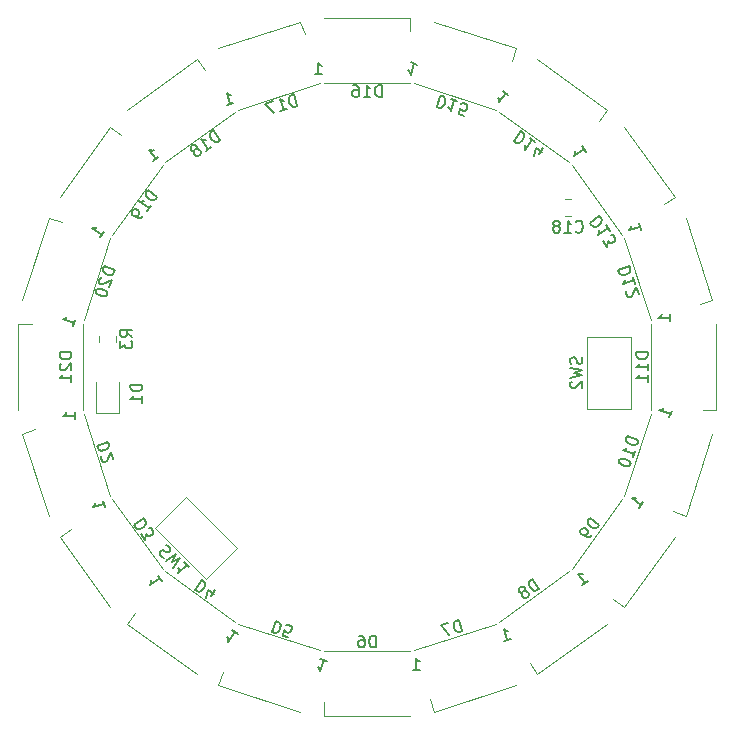
<source format=gbr>
%TF.GenerationSoftware,KiCad,Pcbnew,(6.0.7)*%
%TF.CreationDate,2023-03-05T02:05:44+08:00*%
%TF.ProjectId,CameraPosition,43616d65-7261-4506-9f73-6974696f6e2e,rev?*%
%TF.SameCoordinates,Original*%
%TF.FileFunction,Legend,Bot*%
%TF.FilePolarity,Positive*%
%FSLAX46Y46*%
G04 Gerber Fmt 4.6, Leading zero omitted, Abs format (unit mm)*
G04 Created by KiCad (PCBNEW (6.0.7)) date 2023-03-05 02:05:44*
%MOMM*%
%LPD*%
G01*
G04 APERTURE LIST*
%ADD10C,0.150000*%
%ADD11C,0.120000*%
G04 APERTURE END LIST*
D10*
%TO.C,D15*%
X55185035Y-26034908D02*
X54876018Y-26985964D01*
X55102460Y-27059540D01*
X55253040Y-27058397D01*
X55373047Y-26997250D01*
X55447766Y-26921388D01*
X55551914Y-26754950D01*
X55596060Y-26619085D01*
X55609632Y-26423216D01*
X55593773Y-26317924D01*
X55532627Y-26197917D01*
X55411477Y-26108483D01*
X55185035Y-26034908D01*
X56634264Y-26505791D02*
X56090803Y-26329210D01*
X56362533Y-26417500D02*
X56053516Y-27368557D01*
X56007085Y-27203261D01*
X55945938Y-27083254D01*
X55870076Y-27008536D01*
X57185726Y-27736434D02*
X56732842Y-27589283D01*
X56834705Y-27121684D01*
X56865278Y-27181687D01*
X56941140Y-27256406D01*
X57167582Y-27329982D01*
X57272874Y-27314123D01*
X57332877Y-27283550D01*
X57407596Y-27207688D01*
X57481171Y-26981246D01*
X57465313Y-26875954D01*
X57434740Y-26815951D01*
X57358878Y-26741232D01*
X57132436Y-26667657D01*
X57027144Y-26683515D01*
X56967141Y-26714088D01*
X53251866Y-23409005D02*
X52708405Y-23232424D01*
X52980136Y-23320715D02*
X52671119Y-24271771D01*
X52624687Y-24106476D01*
X52563541Y-23986469D01*
X52487679Y-23911750D01*
%TO.C,D18*%
X36552883Y-29802147D02*
X35965098Y-28993130D01*
X35772475Y-29133079D01*
X35684891Y-29255573D01*
X35663821Y-29388602D01*
X35681276Y-29493641D01*
X35754710Y-29675729D01*
X35838680Y-29791303D01*
X35989163Y-29917412D01*
X36083668Y-29966471D01*
X36216696Y-29987541D01*
X36360260Y-29942096D01*
X36552883Y-29802147D01*
X35320095Y-30697820D02*
X35782391Y-30361943D01*
X35551243Y-30529881D02*
X34963458Y-29720864D01*
X35124476Y-29780459D01*
X35257505Y-29801528D01*
X35362544Y-29784073D01*
X34521923Y-30571402D02*
X34570982Y-30476898D01*
X34581517Y-30410383D01*
X34564062Y-30305344D01*
X34536072Y-30266820D01*
X34441568Y-30217760D01*
X34375054Y-30207225D01*
X34270015Y-30224680D01*
X34115916Y-30336639D01*
X34066857Y-30431143D01*
X34056322Y-30497658D01*
X34073777Y-30602697D01*
X34101767Y-30641221D01*
X34196271Y-30690281D01*
X34262785Y-30700816D01*
X34367824Y-30683361D01*
X34521923Y-30571402D01*
X34626962Y-30553947D01*
X34693476Y-30564482D01*
X34787980Y-30613541D01*
X34899939Y-30767640D01*
X34917394Y-30872679D01*
X34906859Y-30939193D01*
X34857800Y-31033697D01*
X34703701Y-31145656D01*
X34598662Y-31163111D01*
X34532148Y-31152576D01*
X34437644Y-31103517D01*
X34325685Y-30949418D01*
X34308230Y-30844379D01*
X34318765Y-30777865D01*
X34367824Y-30683361D01*
X30865146Y-31586002D02*
X31327441Y-31250125D01*
X31096293Y-31418063D02*
X30508508Y-30609046D01*
X30669527Y-30668641D01*
X30802555Y-30689710D01*
X30907594Y-30672255D01*
%TO.C,D14*%
X61978921Y-29070179D02*
X61391135Y-29879196D01*
X61583758Y-30019145D01*
X61727322Y-30064590D01*
X61860351Y-30043520D01*
X61954855Y-29994461D01*
X62105339Y-29868352D01*
X62189308Y-29752778D01*
X62262743Y-29570690D01*
X62280197Y-29465651D01*
X62259128Y-29332622D01*
X62171544Y-29210128D01*
X61978921Y-29070179D01*
X63211708Y-29965852D02*
X62749413Y-29629975D01*
X62980561Y-29797914D02*
X62392775Y-30606931D01*
X62399695Y-30435377D01*
X62378626Y-30302348D01*
X62329566Y-30207844D01*
X63513295Y-31009013D02*
X63905152Y-30469668D01*
X63096753Y-31177261D02*
X63323977Y-30459443D01*
X63824797Y-30823310D01*
X60951817Y-25975416D02*
X60489522Y-25639539D01*
X60720669Y-25807478D02*
X60132884Y-26616495D01*
X60139804Y-26444941D01*
X60118734Y-26311912D01*
X60069675Y-26217408D01*
%TO.C,D4*%
X34973374Y-67050270D02*
X34385589Y-67859287D01*
X34578212Y-67999236D01*
X34721775Y-68044681D01*
X34854804Y-68023611D01*
X34949308Y-67974552D01*
X35099792Y-67848443D01*
X35183761Y-67732869D01*
X35257196Y-67550781D01*
X35274651Y-67445742D01*
X35253581Y-67312713D01*
X35165997Y-67190219D01*
X34973374Y-67050270D01*
X35737255Y-68429308D02*
X36129112Y-67889963D01*
X35320714Y-68597556D02*
X35547938Y-67879738D01*
X36048758Y-68243605D01*
X38042282Y-71628491D02*
X37579987Y-71292614D01*
X37811134Y-71460553D02*
X37223349Y-72269570D01*
X37230269Y-72098016D01*
X37209199Y-71964987D01*
X37160140Y-71870483D01*
%TO.C,D17*%
X43094550Y-26895387D02*
X42785533Y-25944331D01*
X42559091Y-26017906D01*
X42437941Y-26107340D01*
X42376794Y-26227347D01*
X42360936Y-26332639D01*
X42374508Y-26528508D01*
X42418654Y-26664373D01*
X42522802Y-26830811D01*
X42597521Y-26906673D01*
X42717528Y-26967820D01*
X42868108Y-26968963D01*
X43094550Y-26895387D01*
X41645321Y-27366270D02*
X42188782Y-27189689D01*
X41917052Y-27277980D02*
X41608035Y-26326923D01*
X41742757Y-26433358D01*
X41862764Y-26494505D01*
X41968056Y-26510363D01*
X41019285Y-26518220D02*
X40385248Y-26724231D01*
X41101860Y-27542852D01*
X37133949Y-26834326D02*
X37677410Y-26657745D01*
X37405680Y-26746035D02*
X37096663Y-25794979D01*
X37231385Y-25901414D01*
X37351392Y-25962560D01*
X37456684Y-25978419D01*
%TO.C,D1*%
X29952380Y-50511904D02*
X28952380Y-50511904D01*
X28952380Y-50750000D01*
X29000000Y-50892857D01*
X29095238Y-50988095D01*
X29190476Y-51035714D01*
X29380952Y-51083333D01*
X29523809Y-51083333D01*
X29714285Y-51035714D01*
X29809523Y-50988095D01*
X29904761Y-50892857D01*
X29952380Y-50750000D01*
X29952380Y-50511904D01*
X29952380Y-52035714D02*
X29952380Y-51464285D01*
X29952380Y-51750000D02*
X28952380Y-51750000D01*
X29095238Y-51654761D01*
X29190476Y-51559523D01*
X29238095Y-51464285D01*
%TO.C,D11*%
X72752380Y-47785714D02*
X71752380Y-47785714D01*
X71752380Y-48023809D01*
X71800000Y-48166666D01*
X71895238Y-48261904D01*
X71990476Y-48309523D01*
X72180952Y-48357142D01*
X72323809Y-48357142D01*
X72514285Y-48309523D01*
X72609523Y-48261904D01*
X72704761Y-48166666D01*
X72752380Y-48023809D01*
X72752380Y-47785714D01*
X72752380Y-49309523D02*
X72752380Y-48738095D01*
X72752380Y-49023809D02*
X71752380Y-49023809D01*
X71895238Y-48928571D01*
X71990476Y-48833333D01*
X72038095Y-48738095D01*
X72752380Y-50261904D02*
X72752380Y-49690476D01*
X72752380Y-49976190D02*
X71752380Y-49976190D01*
X71895238Y-49880952D01*
X71990476Y-49785714D01*
X72038095Y-49690476D01*
X74652380Y-45135714D02*
X74652380Y-44564285D01*
X74652380Y-44850000D02*
X73652380Y-44850000D01*
X73795238Y-44754761D01*
X73890476Y-44659523D01*
X73938095Y-44564285D01*
%TO.C,R3*%
X29102380Y-46495833D02*
X28626190Y-46162500D01*
X29102380Y-45924404D02*
X28102380Y-45924404D01*
X28102380Y-46305357D01*
X28150000Y-46400595D01*
X28197619Y-46448214D01*
X28292857Y-46495833D01*
X28435714Y-46495833D01*
X28530952Y-46448214D01*
X28578571Y-46400595D01*
X28626190Y-46305357D01*
X28626190Y-45924404D01*
X28102380Y-46829166D02*
X28102380Y-47448214D01*
X28483333Y-47114880D01*
X28483333Y-47257738D01*
X28530952Y-47352976D01*
X28578571Y-47400595D01*
X28673809Y-47448214D01*
X28911904Y-47448214D01*
X29007142Y-47400595D01*
X29054761Y-47352976D01*
X29102380Y-47257738D01*
X29102380Y-46972023D01*
X29054761Y-46876785D01*
X29007142Y-46829166D01*
%TO.C,D2*%
X27042538Y-55358332D02*
X26091482Y-55667349D01*
X26165057Y-55893791D01*
X26254491Y-56014941D01*
X26374498Y-56076088D01*
X26479790Y-56091946D01*
X26675659Y-56078374D01*
X26811524Y-56034229D01*
X26977962Y-55930080D01*
X27053824Y-55855361D01*
X27114971Y-55735354D01*
X27116114Y-55584774D01*
X27042538Y-55358332D01*
X26476361Y-56543687D02*
X26445787Y-56603690D01*
X26429929Y-56708982D01*
X26503505Y-56935424D01*
X26578223Y-57011286D01*
X26638227Y-57041859D01*
X26743519Y-57057717D01*
X26834095Y-57028287D01*
X26955245Y-56938854D01*
X27322125Y-56218812D01*
X27513421Y-56807561D01*
X26834326Y-60866049D02*
X26657745Y-60322588D01*
X26746035Y-60594318D02*
X25794979Y-60903335D01*
X25901414Y-60768613D01*
X25962560Y-60648606D01*
X25978419Y-60543314D01*
%TO.C,D20*%
X27645857Y-40784842D02*
X26694801Y-40475825D01*
X26621225Y-40702267D01*
X26622368Y-40852847D01*
X26683515Y-40972854D01*
X26759377Y-41047573D01*
X26925815Y-41151721D01*
X27061680Y-41195867D01*
X27257549Y-41209439D01*
X27362841Y-41193580D01*
X27482848Y-41132434D01*
X27572282Y-41011284D01*
X27645857Y-40784842D01*
X26491076Y-41411023D02*
X26431072Y-41441596D01*
X26356354Y-41517458D01*
X26282778Y-41743900D01*
X26298636Y-41849192D01*
X26329210Y-41909195D01*
X26405071Y-41983914D01*
X26495648Y-42013344D01*
X26646228Y-42012201D01*
X27366270Y-41645321D01*
X27174974Y-42234071D01*
X26032621Y-42513803D02*
X26003191Y-42604380D01*
X26019050Y-42709672D01*
X26049623Y-42769675D01*
X26125485Y-42844394D01*
X26291923Y-42948542D01*
X26518365Y-43022118D01*
X26714234Y-43035690D01*
X26819526Y-43019832D01*
X26879529Y-42989258D01*
X26954248Y-42913397D01*
X26983678Y-42822820D01*
X26967820Y-42717528D01*
X26937246Y-42657524D01*
X26861385Y-42582806D01*
X26694946Y-42478657D01*
X26468504Y-42405082D01*
X26272635Y-42391510D01*
X26167344Y-42407368D01*
X26107340Y-42437941D01*
X26032621Y-42513803D01*
X24092904Y-45571179D02*
X24269485Y-45027718D01*
X24181194Y-45299449D02*
X23230138Y-44990432D01*
X23395433Y-44944000D01*
X23515440Y-44882854D01*
X23590159Y-44806992D01*
%TO.C,D3*%
X30082045Y-61832361D02*
X29273028Y-62420146D01*
X29412977Y-62612769D01*
X29535471Y-62700353D01*
X29668499Y-62721423D01*
X29773538Y-62703968D01*
X29955627Y-62630534D01*
X30071201Y-62546564D01*
X30197309Y-62396081D01*
X30246369Y-62301577D01*
X30267438Y-62168548D01*
X30221994Y-62024984D01*
X30082045Y-61832361D01*
X29804834Y-63152114D02*
X30168701Y-63652934D01*
X30280969Y-63159344D01*
X30364939Y-63274917D01*
X30459443Y-63323977D01*
X30525957Y-63334512D01*
X30630996Y-63317057D01*
X30823619Y-63177108D01*
X30872679Y-63082604D01*
X30883213Y-63016089D01*
X30865759Y-62911050D01*
X30697820Y-62679903D01*
X30603316Y-62630843D01*
X30536801Y-62620308D01*
X31586002Y-67134852D02*
X31250125Y-66672557D01*
X31418063Y-66903705D02*
X30609046Y-67491490D01*
X30668641Y-67330471D01*
X30689710Y-67197443D01*
X30672255Y-67092404D01*
%TO.C,D12*%
X71214620Y-40505255D02*
X70263564Y-40814272D01*
X70337139Y-41040714D01*
X70426573Y-41161864D01*
X70546580Y-41223011D01*
X70651872Y-41238869D01*
X70847741Y-41225297D01*
X70983606Y-41181151D01*
X71150044Y-41077003D01*
X71225906Y-41002284D01*
X71287053Y-40882277D01*
X71288196Y-40731697D01*
X71214620Y-40505255D01*
X71685503Y-41954484D02*
X71508922Y-41411023D01*
X71597213Y-41682753D02*
X70646156Y-41991770D01*
X70752591Y-41857048D01*
X70813738Y-41737041D01*
X70829596Y-41631749D01*
X70942745Y-42596378D02*
X70912171Y-42656381D01*
X70896313Y-42761673D01*
X70969888Y-42988115D01*
X71044607Y-43063977D01*
X71104611Y-43094550D01*
X71209902Y-43110408D01*
X71300479Y-43080978D01*
X71421629Y-42991545D01*
X71788509Y-42271503D01*
X71979805Y-42860252D01*
X72202733Y-37397824D02*
X72026152Y-36854363D01*
X72114442Y-37126093D02*
X71163386Y-37435110D01*
X71269821Y-37300388D01*
X71330967Y-37180381D01*
X71346826Y-37075089D01*
%TO.C,C18*%
X66642857Y-37537142D02*
X66690476Y-37584761D01*
X66833333Y-37632380D01*
X66928571Y-37632380D01*
X67071428Y-37584761D01*
X67166666Y-37489523D01*
X67214285Y-37394285D01*
X67261904Y-37203809D01*
X67261904Y-37060952D01*
X67214285Y-36870476D01*
X67166666Y-36775238D01*
X67071428Y-36680000D01*
X66928571Y-36632380D01*
X66833333Y-36632380D01*
X66690476Y-36680000D01*
X66642857Y-36727619D01*
X65690476Y-37632380D02*
X66261904Y-37632380D01*
X65976190Y-37632380D02*
X65976190Y-36632380D01*
X66071428Y-36775238D01*
X66166666Y-36870476D01*
X66261904Y-36918095D01*
X65119047Y-37060952D02*
X65214285Y-37013333D01*
X65261904Y-36965714D01*
X65309523Y-36870476D01*
X65309523Y-36822857D01*
X65261904Y-36727619D01*
X65214285Y-36680000D01*
X65119047Y-36632380D01*
X64928571Y-36632380D01*
X64833333Y-36680000D01*
X64785714Y-36727619D01*
X64738095Y-36822857D01*
X64738095Y-36870476D01*
X64785714Y-36965714D01*
X64833333Y-37013333D01*
X64928571Y-37060952D01*
X65119047Y-37060952D01*
X65214285Y-37108571D01*
X65261904Y-37156190D01*
X65309523Y-37251428D01*
X65309523Y-37441904D01*
X65261904Y-37537142D01*
X65214285Y-37584761D01*
X65119047Y-37632380D01*
X64928571Y-37632380D01*
X64833333Y-37584761D01*
X64785714Y-37537142D01*
X64738095Y-37441904D01*
X64738095Y-37251428D01*
X64785714Y-37156190D01*
X64833333Y-37108571D01*
X64928571Y-37060952D01*
%TO.C,D21*%
X23952380Y-47785713D02*
X22952380Y-47785713D01*
X22952380Y-48023808D01*
X23000000Y-48166665D01*
X23095238Y-48261903D01*
X23190476Y-48309522D01*
X23380952Y-48357141D01*
X23523809Y-48357141D01*
X23714285Y-48309522D01*
X23809523Y-48261903D01*
X23904761Y-48166665D01*
X23952380Y-48023808D01*
X23952380Y-47785713D01*
X23047619Y-48738094D02*
X23000000Y-48785713D01*
X22952380Y-48880951D01*
X22952380Y-49119046D01*
X23000000Y-49214284D01*
X23047619Y-49261903D01*
X23142857Y-49309522D01*
X23238095Y-49309522D01*
X23380952Y-49261903D01*
X23952380Y-48690475D01*
X23952380Y-49309522D01*
X23952380Y-50261903D02*
X23952380Y-49690475D01*
X23952380Y-49976189D02*
X22952380Y-49976189D01*
X23095238Y-49880951D01*
X23190476Y-49785713D01*
X23238095Y-49690475D01*
X24252380Y-53435713D02*
X24252380Y-52864284D01*
X24252380Y-53149999D02*
X23252380Y-53149999D01*
X23395238Y-53054760D01*
X23490476Y-52959522D01*
X23538095Y-52864284D01*
%TO.C,D16*%
X50214285Y-26152380D02*
X50214285Y-25152380D01*
X49976190Y-25152380D01*
X49833333Y-25200000D01*
X49738095Y-25295238D01*
X49690476Y-25390476D01*
X49642857Y-25580952D01*
X49642857Y-25723809D01*
X49690476Y-25914285D01*
X49738095Y-26009523D01*
X49833333Y-26104761D01*
X49976190Y-26152380D01*
X50214285Y-26152380D01*
X48690476Y-26152380D02*
X49261904Y-26152380D01*
X48976190Y-26152380D02*
X48976190Y-25152380D01*
X49071428Y-25295238D01*
X49166666Y-25390476D01*
X49261904Y-25438095D01*
X47833333Y-25152380D02*
X48023809Y-25152380D01*
X48119047Y-25200000D01*
X48166666Y-25247619D01*
X48261904Y-25390476D01*
X48309523Y-25580952D01*
X48309523Y-25961904D01*
X48261904Y-26057142D01*
X48214285Y-26104761D01*
X48119047Y-26152380D01*
X47928571Y-26152380D01*
X47833333Y-26104761D01*
X47785714Y-26057142D01*
X47738095Y-25961904D01*
X47738095Y-25723809D01*
X47785714Y-25628571D01*
X47833333Y-25580952D01*
X47928571Y-25533333D01*
X48119047Y-25533333D01*
X48214285Y-25580952D01*
X48261904Y-25628571D01*
X48309523Y-25723809D01*
X44564285Y-24252380D02*
X45135714Y-24252380D01*
X44850000Y-24252380D02*
X44850000Y-23252380D01*
X44945238Y-23395238D01*
X45040476Y-23490476D01*
X45135714Y-23538095D01*
%TO.C,D6*%
X49738095Y-72752380D02*
X49738095Y-71752380D01*
X49500000Y-71752380D01*
X49357142Y-71800000D01*
X49261904Y-71895238D01*
X49214285Y-71990476D01*
X49166666Y-72180952D01*
X49166666Y-72323809D01*
X49214285Y-72514285D01*
X49261904Y-72609523D01*
X49357142Y-72704761D01*
X49500000Y-72752380D01*
X49738095Y-72752380D01*
X48309523Y-71752380D02*
X48500000Y-71752380D01*
X48595238Y-71800000D01*
X48642857Y-71847619D01*
X48738095Y-71990476D01*
X48785714Y-72180952D01*
X48785714Y-72561904D01*
X48738095Y-72657142D01*
X48690476Y-72704761D01*
X48595238Y-72752380D01*
X48404761Y-72752380D01*
X48309523Y-72704761D01*
X48261904Y-72657142D01*
X48214285Y-72561904D01*
X48214285Y-72323809D01*
X48261904Y-72228571D01*
X48309523Y-72180952D01*
X48404761Y-72133333D01*
X48595238Y-72133333D01*
X48690476Y-72180952D01*
X48738095Y-72228571D01*
X48785714Y-72323809D01*
X52864285Y-74652380D02*
X53435714Y-74652380D01*
X53150000Y-74652380D02*
X53150000Y-73652380D01*
X53245238Y-73795238D01*
X53340476Y-73890476D01*
X53435714Y-73938095D01*
%TO.C,D10*%
X71965090Y-55185035D02*
X71014034Y-54876018D01*
X70940458Y-55102460D01*
X70941601Y-55253040D01*
X71002748Y-55373047D01*
X71078610Y-55447766D01*
X71245048Y-55551914D01*
X71380913Y-55596060D01*
X71576782Y-55609632D01*
X71682074Y-55593773D01*
X71802081Y-55532627D01*
X71891515Y-55411477D01*
X71965090Y-55185035D01*
X71494207Y-56634264D02*
X71670788Y-56090803D01*
X71582498Y-56362533D02*
X70631441Y-56053516D01*
X70796737Y-56007085D01*
X70916744Y-55945938D01*
X70991462Y-55870076D01*
X70351854Y-56913996D02*
X70322424Y-57004573D01*
X70338283Y-57109865D01*
X70368856Y-57169868D01*
X70444718Y-57244587D01*
X70611156Y-57348735D01*
X70837598Y-57422311D01*
X71033467Y-57435883D01*
X71138759Y-57420025D01*
X71198762Y-57389451D01*
X71273481Y-57313590D01*
X71302911Y-57223013D01*
X71287053Y-57117721D01*
X71256479Y-57057717D01*
X71180618Y-56982999D01*
X71014179Y-56878850D01*
X70787737Y-56805275D01*
X70591868Y-56791703D01*
X70486577Y-56807561D01*
X70426573Y-56838134D01*
X70351854Y-56913996D01*
X74590993Y-53251866D02*
X74767574Y-52708405D01*
X74679283Y-52980136D02*
X73728227Y-52671119D01*
X73893522Y-52624687D01*
X74013529Y-52563541D01*
X74088248Y-52487679D01*
%TO.C,SW1*%
X32004922Y-64109459D02*
X32139609Y-64176802D01*
X32307968Y-64345161D01*
X32341640Y-64446176D01*
X32341640Y-64513520D01*
X32307968Y-64614535D01*
X32240625Y-64681878D01*
X32139609Y-64715550D01*
X32072266Y-64715550D01*
X31971251Y-64681878D01*
X31802892Y-64580863D01*
X31701877Y-64547191D01*
X31634533Y-64547191D01*
X31533518Y-64580863D01*
X31466174Y-64648207D01*
X31432503Y-64749222D01*
X31432503Y-64816565D01*
X31466174Y-64917581D01*
X31634533Y-65085939D01*
X31769220Y-65153283D01*
X31971251Y-65422657D02*
X32846716Y-64883909D01*
X32476327Y-65523672D01*
X33116090Y-65153283D01*
X32577342Y-66028748D01*
X33924212Y-65961405D02*
X33520151Y-65557344D01*
X33722182Y-65759374D02*
X33015075Y-66466481D01*
X33048747Y-66298122D01*
X33048747Y-66163435D01*
X33015075Y-66062420D01*
%TO.C,D8*%
X63558430Y-67782238D02*
X62970645Y-66973221D01*
X62778022Y-67113170D01*
X62690438Y-67235664D01*
X62669368Y-67368692D01*
X62686823Y-67473731D01*
X62760257Y-67655820D01*
X62844227Y-67771394D01*
X62994710Y-67897502D01*
X63089214Y-67946562D01*
X63222243Y-67967631D01*
X63365807Y-67922187D01*
X63558430Y-67782238D01*
X62297962Y-67991697D02*
X62347021Y-67897193D01*
X62357556Y-67830678D01*
X62340101Y-67725639D01*
X62312111Y-67687115D01*
X62217607Y-67638055D01*
X62151093Y-67627521D01*
X62046054Y-67644975D01*
X61891955Y-67756935D01*
X61842896Y-67851439D01*
X61832361Y-67917953D01*
X61849816Y-68022992D01*
X61877806Y-68061517D01*
X61972310Y-68110576D01*
X62038824Y-68121111D01*
X62143863Y-68103656D01*
X62297962Y-67991697D01*
X62403001Y-67974242D01*
X62469515Y-67984777D01*
X62564019Y-68033836D01*
X62675978Y-68187935D01*
X62693433Y-68292974D01*
X62682899Y-68359488D01*
X62633839Y-68453992D01*
X62479741Y-68565952D01*
X62374702Y-68583406D01*
X62308187Y-68572872D01*
X62213683Y-68523812D01*
X62101724Y-68369714D01*
X62084269Y-68264675D01*
X62094804Y-68198160D01*
X62143863Y-68103656D01*
X67204363Y-67481841D02*
X67666658Y-67145964D01*
X67435510Y-67313902D02*
X66847725Y-66504885D01*
X67008744Y-66564480D01*
X67141772Y-66585549D01*
X67246811Y-66568094D01*
%TO.C,D13*%
X68652244Y-36251719D02*
X67843227Y-36839504D01*
X67983176Y-37032127D01*
X68105670Y-37119711D01*
X68238699Y-37140781D01*
X68343738Y-37123326D01*
X68525826Y-37049892D01*
X68641400Y-36965922D01*
X68767509Y-36815439D01*
X68816568Y-36720934D01*
X68837638Y-36587906D01*
X68792193Y-36444342D01*
X68652244Y-36251719D01*
X69547917Y-37484507D02*
X69212040Y-37022211D01*
X69379978Y-37253359D02*
X68570961Y-37841144D01*
X68630556Y-37680126D01*
X68651625Y-37547097D01*
X68634170Y-37442058D01*
X68934828Y-38341964D02*
X69298695Y-38842784D01*
X69410964Y-38349194D01*
X69494933Y-38464768D01*
X69589437Y-38513827D01*
X69655952Y-38524362D01*
X69760991Y-38506907D01*
X69953614Y-38366958D01*
X70002673Y-38272454D01*
X70013208Y-38205940D01*
X69995753Y-38100901D01*
X69827815Y-37869753D01*
X69733310Y-37820693D01*
X69666796Y-37810159D01*
X67481841Y-30795635D02*
X67145964Y-30333340D01*
X67313902Y-30564488D02*
X66504885Y-31152273D01*
X66564480Y-30991254D01*
X66585549Y-30858226D01*
X66568094Y-30753187D01*
%TO.C,D5*%
X41237726Y-70501292D02*
X40928709Y-71452348D01*
X41155151Y-71525924D01*
X41305731Y-71524781D01*
X41425738Y-71463634D01*
X41500457Y-71387772D01*
X41604605Y-71221334D01*
X41648751Y-71085468D01*
X41662323Y-70889600D01*
X41646464Y-70784308D01*
X41585318Y-70664301D01*
X41464168Y-70574867D01*
X41237726Y-70501292D01*
X42332649Y-71908516D02*
X41879765Y-71761365D01*
X41981628Y-71293766D01*
X42012201Y-71353770D01*
X42088063Y-71428488D01*
X42314505Y-71502064D01*
X42419797Y-71486205D01*
X42479800Y-71455632D01*
X42554519Y-71379770D01*
X42628094Y-71153328D01*
X42612236Y-71048036D01*
X42581663Y-70988033D01*
X42505801Y-70913314D01*
X42279359Y-70839739D01*
X42174067Y-70855597D01*
X42114064Y-70886170D01*
X45571179Y-73907094D02*
X45027718Y-73730513D01*
X45299449Y-73818804D02*
X44990432Y-74769860D01*
X44944000Y-74604565D01*
X44882854Y-74484558D01*
X44806992Y-74409839D01*
%TO.C,D7*%
X57041859Y-71361771D02*
X56732842Y-70410715D01*
X56506400Y-70484290D01*
X56385250Y-70573724D01*
X56324103Y-70693731D01*
X56308245Y-70799023D01*
X56321817Y-70994892D01*
X56365962Y-71130757D01*
X56470111Y-71297195D01*
X56544830Y-71373057D01*
X56664837Y-71434204D01*
X56815417Y-71435347D01*
X57041859Y-71361771D01*
X55872362Y-70690302D02*
X55238325Y-70896313D01*
X55954937Y-71714934D01*
X60602174Y-72202733D02*
X61145635Y-72026152D01*
X60873905Y-72114442D02*
X60564888Y-71163386D01*
X60699610Y-71269821D01*
X60819617Y-71330967D01*
X60924909Y-71346826D01*
%TO.C,SW2*%
X67154761Y-48166666D02*
X67202380Y-48309523D01*
X67202380Y-48547619D01*
X67154761Y-48642857D01*
X67107142Y-48690476D01*
X67011904Y-48738095D01*
X66916666Y-48738095D01*
X66821428Y-48690476D01*
X66773809Y-48642857D01*
X66726190Y-48547619D01*
X66678571Y-48357142D01*
X66630952Y-48261904D01*
X66583333Y-48214285D01*
X66488095Y-48166666D01*
X66392857Y-48166666D01*
X66297619Y-48214285D01*
X66250000Y-48261904D01*
X66202380Y-48357142D01*
X66202380Y-48595238D01*
X66250000Y-48738095D01*
X66202380Y-49071428D02*
X67202380Y-49309523D01*
X66488095Y-49500000D01*
X67202380Y-49690476D01*
X66202380Y-49928571D01*
X66297619Y-50261904D02*
X66250000Y-50309523D01*
X66202380Y-50404761D01*
X66202380Y-50642857D01*
X66250000Y-50738095D01*
X66297619Y-50785714D01*
X66392857Y-50833333D01*
X66488095Y-50833333D01*
X66630952Y-50785714D01*
X67202380Y-50214285D01*
X67202380Y-50833333D01*
%TO.C,D9*%
X68649921Y-62364167D02*
X67840904Y-61776382D01*
X67700955Y-61969005D01*
X67655510Y-62112568D01*
X67676580Y-62245597D01*
X67725639Y-62340101D01*
X67851748Y-62490585D01*
X67967322Y-62574554D01*
X68149410Y-62647989D01*
X68254449Y-62665444D01*
X68387478Y-62644374D01*
X68509972Y-62556790D01*
X68649921Y-62364167D01*
X68034146Y-63211708D02*
X67922187Y-63365807D01*
X67827683Y-63414866D01*
X67761168Y-63425401D01*
X67589615Y-63418481D01*
X67407527Y-63345047D01*
X67099330Y-63121128D01*
X67050270Y-63026624D01*
X67039735Y-62960110D01*
X67057190Y-62855071D01*
X67169149Y-62700972D01*
X67263653Y-62651913D01*
X67330168Y-62641378D01*
X67435207Y-62658833D01*
X67627830Y-62798782D01*
X67676889Y-62893286D01*
X67687424Y-62959800D01*
X67669969Y-63064839D01*
X67558010Y-63218938D01*
X67463506Y-63267997D01*
X67396992Y-63278532D01*
X67291953Y-63261077D01*
X72024582Y-60951817D02*
X72360459Y-60489522D01*
X72192520Y-60720669D02*
X71383503Y-60132884D01*
X71555057Y-60139804D01*
X71688086Y-60118734D01*
X71782590Y-60069675D01*
%TO.C,D19*%
X31229626Y-34588128D02*
X30420609Y-34000342D01*
X30280660Y-34192965D01*
X30235215Y-34336529D01*
X30256285Y-34469558D01*
X30305344Y-34564062D01*
X30431453Y-34714546D01*
X30547027Y-34798515D01*
X30729115Y-34871950D01*
X30834154Y-34889404D01*
X30967183Y-34868335D01*
X31089677Y-34780751D01*
X31229626Y-34588128D01*
X30333953Y-35820915D02*
X30669830Y-35358620D01*
X30501891Y-35589768D02*
X29692874Y-35001982D01*
X29864428Y-35008902D01*
X29997457Y-34987833D01*
X30091961Y-34938773D01*
X30054055Y-36206162D02*
X29942096Y-36360260D01*
X29847592Y-36409320D01*
X29781077Y-36419854D01*
X29609524Y-36412934D01*
X29427436Y-36339500D01*
X29119239Y-36115582D01*
X29070179Y-36021077D01*
X29059645Y-35954563D01*
X29077099Y-35849524D01*
X29189059Y-35695426D01*
X29283563Y-35646366D01*
X29350077Y-35635831D01*
X29455116Y-35653286D01*
X29647739Y-35793235D01*
X29696799Y-35887739D01*
X29707334Y-35954254D01*
X29689879Y-36059293D01*
X29577920Y-36213391D01*
X29483415Y-36262451D01*
X29416901Y-36272985D01*
X29311862Y-36255530D01*
X26371507Y-38042282D02*
X26707384Y-37579987D01*
X26539445Y-37811134D02*
X25730428Y-37223349D01*
X25901982Y-37230269D01*
X26035011Y-37209199D01*
X26129515Y-37160140D01*
D11*
%TO.C,D15*%
X54660095Y-19768368D02*
X61602808Y-22024192D01*
X61602808Y-22024192D02*
X61247438Y-23117907D01*
X52960502Y-24999178D02*
X59903215Y-27255002D01*
%TO.C,D18*%
X28678034Y-27238963D02*
X34583858Y-22948131D01*
X31910852Y-31688557D02*
X37816676Y-27397725D01*
X34583858Y-22948131D02*
X35259811Y-23878501D01*
%TO.C,D14*%
X63416141Y-22948131D02*
X69321965Y-27238963D01*
X60183323Y-27397725D02*
X66089147Y-31688557D01*
X69321965Y-27238963D02*
X68646012Y-28169333D01*
%TO.C,D4*%
X34583858Y-75051868D02*
X28678034Y-70761036D01*
X37816676Y-70602274D02*
X31910852Y-66311442D01*
X28678034Y-70761036D02*
X29353987Y-69830666D01*
%TO.C,D17*%
X43339904Y-19768368D02*
X43695273Y-20862083D01*
X36397191Y-22024192D02*
X43339904Y-19768368D01*
X38096784Y-27255002D02*
X45039497Y-24999178D01*
%TO.C,D1*%
X27960000Y-52935000D02*
X26040000Y-52935000D01*
X27960000Y-50250000D02*
X27960000Y-52935000D01*
X26040000Y-52935000D02*
X26040000Y-50250000D01*
%TO.C,D11*%
X78550000Y-52650000D02*
X77400000Y-52650000D01*
X73050000Y-45350000D02*
X73050000Y-52650000D01*
X78550000Y-45350000D02*
X78550000Y-52650000D01*
%TO.C,R3*%
X27735000Y-46889564D02*
X27735000Y-46435436D01*
X26265000Y-46889564D02*
X26265000Y-46435436D01*
%TO.C,D2*%
X19768368Y-54660095D02*
X20862083Y-54304726D01*
X27255002Y-59903215D02*
X24999178Y-52960502D01*
X22024192Y-61602808D02*
X19768368Y-54660095D01*
%TO.C,D20*%
X19768368Y-43339904D02*
X22024192Y-36397191D01*
X22024192Y-36397191D02*
X23117907Y-36752561D01*
X24999178Y-45039497D02*
X27255002Y-38096784D01*
%TO.C,D3*%
X31688557Y-66089147D02*
X27397725Y-60183323D01*
X27238963Y-69321965D02*
X22948131Y-63416141D01*
X22948131Y-63416141D02*
X23878501Y-62740188D01*
%TO.C,D12*%
X70744997Y-38096784D02*
X73000821Y-45039497D01*
X78231631Y-43339904D02*
X77137916Y-43695273D01*
X75975807Y-36397191D02*
X78231631Y-43339904D01*
%TO.C,C18*%
X65738748Y-34765000D02*
X66261252Y-34765000D01*
X65738748Y-36235000D02*
X66261252Y-36235000D01*
%TO.C,D21*%
X24950000Y-52649999D02*
X24950000Y-45349999D01*
X19450000Y-52649999D02*
X19450000Y-45349999D01*
X19450000Y-45349999D02*
X20600000Y-45349999D01*
%TO.C,D16*%
X45350000Y-24950000D02*
X52650000Y-24950000D01*
X45350000Y-19450000D02*
X52650000Y-19450000D01*
X52650000Y-19450000D02*
X52650000Y-20600000D01*
%TO.C,D6*%
X52650000Y-78550000D02*
X45350000Y-78550000D01*
X45350000Y-78550000D02*
X45350000Y-77400000D01*
X52650000Y-73050000D02*
X45350000Y-73050000D01*
%TO.C,D10*%
X75975807Y-61602808D02*
X74882092Y-61247438D01*
X78231631Y-54660095D02*
X75975807Y-61602808D01*
X73000821Y-52960502D02*
X70744997Y-59903215D01*
%TO.C,SW1*%
X31028106Y-62644401D02*
X35355599Y-66971894D01*
X35355599Y-66971894D02*
X37971894Y-64355599D01*
X33644401Y-60028106D02*
X31028106Y-62644401D01*
X37971894Y-64355599D02*
X33644401Y-60028106D01*
%TO.C,D8*%
X66089147Y-66311442D02*
X60183323Y-70602274D01*
X69321965Y-70761036D02*
X63416141Y-75051868D01*
X63416141Y-75051868D02*
X62740188Y-74121498D01*
%TO.C,D13*%
X66311442Y-31910852D02*
X70602274Y-37816676D01*
X70761036Y-28678034D02*
X75051868Y-34583858D01*
X75051868Y-34583858D02*
X74121498Y-35259811D01*
%TO.C,D5*%
X43339904Y-78231631D02*
X36397191Y-75975807D01*
X36397191Y-75975807D02*
X36752561Y-74882092D01*
X45039497Y-73000821D02*
X38096784Y-70744997D01*
%TO.C,D7*%
X59903215Y-70744997D02*
X52960502Y-73000821D01*
X54660095Y-78231631D02*
X54304726Y-77137916D01*
X61602808Y-75975807D02*
X54660095Y-78231631D01*
%TO.C,SW2*%
X71350000Y-52560000D02*
X71350000Y-46440000D01*
X71350000Y-46440000D02*
X67650000Y-46440000D01*
X67650000Y-52560000D02*
X71350000Y-52560000D01*
X67650000Y-46440000D02*
X67650000Y-52560000D01*
%TO.C,D9*%
X70602274Y-60183323D02*
X66311442Y-66089147D01*
X70761036Y-69321965D02*
X69830666Y-68646012D01*
X75051868Y-63416141D02*
X70761036Y-69321965D01*
%TO.C,D19*%
X27238963Y-28678034D02*
X28169333Y-29353987D01*
X27397725Y-37816676D02*
X31688557Y-31910852D01*
X22948131Y-34583858D02*
X27238963Y-28678034D01*
%TD*%
M02*

</source>
